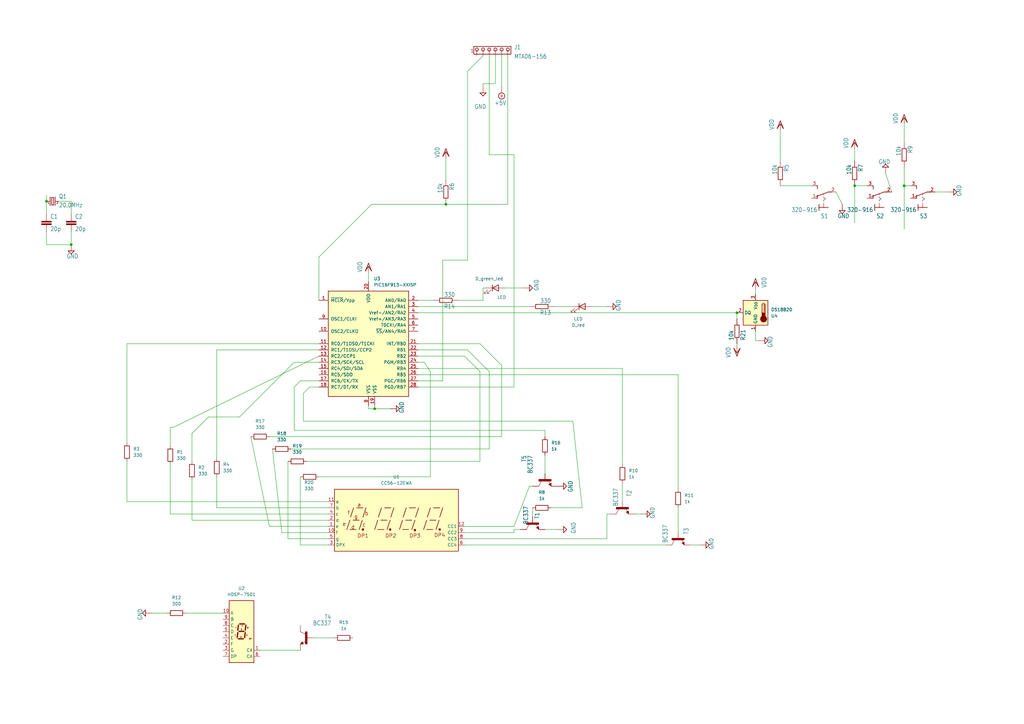
<source format=kicad_sch>
(kicad_sch (version 20250114) (generator "eeschema") (generator_version "9.0")
  (paper "A3")
  (lib_symbols
    (symbol "Device:LED" (pin_numbers (hide yes)) (pin_names (offset 1.016) (hide yes))
      (property "Reference" "D" (at 0 2.54 0))
      (property "Value" "LED" (at 0 -2.54 0))
      (symbol "LED_0_1"
        (polyline (pts (xy -3.048 -0.762) (xy -4.572 -2.286) (xy -3.81 -2.286) (xy -4.572 -2.286) (xy -4.572 -1.524)))
        (polyline (pts (xy -1.778 -0.762) (xy -3.302 -2.286) (xy -2.54 -2.286) (xy -3.302 -2.286) (xy -3.302 -1.524)))
        (polyline (pts (xy -1.27 0) (xy 1.27 0)))
        (polyline (pts (xy -1.27 -1.27) (xy -1.27 1.27)) (stroke (width 0.254)))
        (polyline (pts (xy 1.27 -1.27) (xy 1.27 1.27) (xy -1.27 0) (xy 1.27 -1.27)) (stroke (width 0.254)))
      )
      (symbol "LED_1_1"
        (pin passive line (at -3.81 0 0) (length 2.54) (name "K") (number "1"))
        (pin passive line (at 3.81 0 180) (length 2.54) (name "A") (number "2"))
      )
    )
    (symbol "Device:R" (pin_numbers (hide yes)) (pin_names (offset 0))
      (property "Reference" "R" (at 2.032 0 90))
      (property "Value" "R" (at 0 0 90))
      (symbol "R_0_1"
        (rectangle (start -1.016 -2.54) (end 1.016 2.54) (stroke (width 0.254)))
      )
      (symbol "R_1_1"
        (pin passive line (at 0 3.81 270) (length 1.27) (name "~") (number "1"))
        (pin passive line (at 0 -3.81 90) (length 1.27) (name "~") (number "2"))
      )
    )
    (symbol "Display_Character:CC56-12EWA"
      (property "Reference" "U" (at -24.13 13.97 0))
      (property "Value" "CC56-12EWA" (at 19.05 13.97 0))
      (symbol "CC56-12EWA_0_0"
        (rectangle (start -25.4 12.7) (end 25.4 -12.7) (stroke (width 0.254)) (fill (type background)))
        (polyline (pts (xy -20.32 -3.81) (xy -19.05 0)) (stroke (width 0.254)))
        (polyline (pts (xy -19.05 -3.81) (xy -16.51 -3.81)) (stroke (width 0.254)))
        (polyline (pts (xy -18.796 1.27) (xy -17.526 5.08)) (stroke (width 0.254)))
        (polyline (pts (xy -17.78 0) (xy -15.24 0)) (stroke (width 0.254)))
        (polyline (pts (xy -16.256 5.08) (xy -13.716 5.08)) (stroke (width 0.254)))
        (polyline (pts (xy -15.24 -3.81) (xy -13.97 0)) (stroke (width 0.254)))
        (polyline (pts (xy -13.716 1.27) (xy -12.446 5.08)) (stroke (width 0.254)))
        (polyline (pts (xy -8.89 -3.81) (xy -7.62 0)) (stroke (width 0.254)))
        (polyline (pts (xy -7.62 -3.81) (xy -5.08 -3.81)) (stroke (width 0.254)))
        (polyline (pts (xy -7.366 1.27) (xy -6.096 5.08)) (stroke (width 0.254)))
        (polyline (pts (xy -6.35 0) (xy -3.81 0)) (stroke (width 0.254)))
        (polyline (pts (xy -4.826 5.08) (xy -2.286 5.08)) (stroke (width 0.254)))
        (polyline (pts (xy -3.81 -3.81) (xy -2.54 0)) (stroke (width 0.254)))
        (polyline (pts (xy -2.286 1.27) (xy -1.016 5.08)) (stroke (width 0.254)))
        (polyline (pts (xy 1.27 -3.81) (xy 2.54 0)) (stroke (width 0.254)))
        (polyline (pts (xy 2.54 -3.81) (xy 5.08 -3.81)) (stroke (width 0.254)))
        (polyline (pts (xy 2.794 1.27) (xy 4.064 5.08)) (stroke (width 0.254)))
        (polyline (pts (xy 3.81 0) (xy 6.35 0)) (stroke (width 0.254)))
        (polyline (pts (xy 5.334 5.08) (xy 7.874 5.08)) (stroke (width 0.254)))
        (polyline (pts (xy 6.35 -3.81) (xy 7.62 0)) (stroke (width 0.254)))
        (polyline (pts (xy 7.874 1.27) (xy 9.144 5.08)) (stroke (width 0.254)))
        (polyline (pts (xy 11.176 -3.81) (xy 12.446 0)) (stroke (width 0.254)))
        (polyline (pts (xy 12.446 -3.81) (xy 14.986 -3.81)) (stroke (width 0.254)))
        (polyline (pts (xy 12.7 1.27) (xy 13.97 5.08)) (stroke (width 0.254)))
        (polyline (pts (xy 13.716 0) (xy 16.256 0)) (stroke (width 0.254)))
        (polyline (pts (xy 15.24 5.08) (xy 17.78 5.08)) (stroke (width 0.254)))
        (polyline (pts (xy 16.256 -3.81) (xy 17.526 0)) (stroke (width 0.254)))
        (polyline (pts (xy 17.78 1.27) (xy 19.05 5.08)) (stroke (width 0.254)))
        (text "e" (at -21.336 -1.524 0) (effects (font (size 1.524 1.524))))
        (text "f" (at -19.558 3.048 0) (effects (font (size 1.524 1.524))))
        (text "d" (at -17.78 -2.794 0) (effects (font (size 1.524 1.524))))
        (text "g" (at -16.51 1.524 0) (effects (font (size 1.524 1.524))))
        (text "a" (at -15.24 6.35 0) (effects (font (size 1.524 1.524))))
        (text "DP1" (at -13.716 -6.35 0) (effects (font (size 1.524 1.524))))
        (text "c" (at -13.208 -1.778 0) (effects (font (size 1.524 1.524))))
        (text "b" (at -12.192 2.794 0) (effects (font (size 1.524 1.524))))
        (text "DP2" (at -2.286 -6.35 0) (effects (font (size 1.524 1.524))))
        (text "DP3" (at 7.62 -6.35 0) (effects (font (size 1.524 1.524))))
        (text "DP4" (at 17.78 -6.096 0) (effects (font (size 1.524 1.524))))
      )
      (symbol "CC56-12EWA_0_1"
        (circle (center -13.716 -3.81) (radius 0.3556) (stroke (width 0.254)) (fill (type outline)))
        (circle (center -2.54 -3.81) (radius 0.3556) (stroke (width 0.254)) (fill (type outline)))
      )
      (symbol "CC56-12EWA_1_0"
        (circle (center 7.62 -4.064) (radius 0.3556) (stroke (width 0.254)) (fill (type outline)))
        (circle (center 17.78 -3.81) (radius 0.3556) (stroke (width 0.254)) (fill (type outline)))
      )
      (symbol "CC56-12EWA_1_1"
        (pin input line (at -27.94 7.62 0) (length 2.54) (name "a") (number "11"))
        (pin input line (at -27.94 5.08 0) (length 2.54) (name "b") (number "7"))
        (pin input line (at -27.94 2.54 0) (length 2.54) (name "c") (number "4"))
        (pin input line (at -27.94 0 0) (length 2.54) (name "d") (number "2"))
        (pin input line (at -27.94 -2.54 0) (length 2.54) (name "e") (number "1"))
        (pin input line (at -27.94 -5.08 0) (length 2.54) (name "f") (number "10"))
        (pin input line (at -27.94 -7.62 0) (length 2.54) (name "g") (number "5"))
        (pin input line (at -27.94 -10.16 0) (length 2.54) (name "DPX") (number "3"))
        (pin input line (at 27.94 -2.54 180) (length 2.54) (name "CC1") (number "12"))
        (pin input line (at 27.94 -5.08 180) (length 2.54) (name "CC2") (number "9"))
        (pin input line (at 27.94 -7.62 180) (length 2.54) (name "CC3") (number "8"))
        (pin input line (at 27.94 -10.16 180) (length 2.54) (name "CC4") (number "6"))
      )
    )
    (symbol "Display_Character:HDSP-7501"
      (property "Reference" "U" (at -3.81 13.97 0))
      (property "Value" "HDSP-7501" (at 6.35 13.97 0))
      (symbol "HDSP-7501_1_0"
        (text "E" (at -2.54 -1.397 0) (effects (font (size 0.508 0.508))))
        (text "F" (at -2.286 1.651 0) (effects (font (size 0.508 0.508))))
        (text "D" (at -0.254 -2.159 0) (effects (font (size 0.508 0.508))))
        (text "G" (at 0 0.889 0) (effects (font (size 0.508 0.508))))
        (text "A" (at 0.254 2.413 0) (effects (font (size 0.508 0.508))))
        (text "C" (at 2.286 -1.397 0) (effects (font (size 0.508 0.508))))
        (text "B" (at 2.54 1.651 0) (effects (font (size 0.508 0.508))))
        (text "DP" (at 3.556 -2.921 0) (effects (font (size 0.508 0.508))))
      )
      (symbol "HDSP-7501_1_1"
        (rectangle (start -5.08 12.7) (end 5.08 -12.7) (stroke (width 0.254)) (fill (type background)))
        (polyline (pts (xy -1.524 -0.381) (xy -1.778 -2.413)) (stroke (width 0.508)))
        (polyline (pts (xy -1.27 2.667) (xy -1.524 0.635)) (stroke (width 0.508)))
        (polyline (pts (xy -1.27 -2.921) (xy 0.762 -2.921)) (stroke (width 0.508)))
        (polyline (pts (xy -1.016 0.127) (xy 1.016 0.127)) (stroke (width 0.508)))
        (polyline (pts (xy -0.762 3.175) (xy 1.27 3.175)) (stroke (width 0.508)))
        (polyline (pts (xy 1.524 -0.381) (xy 1.27 -2.413)) (stroke (width 0.508)))
        (polyline (pts (xy 1.778 2.667) (xy 1.524 0.635)) (stroke (width 0.508)))
        (polyline (pts (xy 2.54 -2.921) (xy 2.54 -2.921)) (stroke (width 0.508)))
        (pin input line (at -7.62 7.62 0) (length 2.54) (name "A") (number "10"))
        (pin input line (at -7.62 5.08 0) (length 2.54) (name "B") (number "9"))
        (pin input line (at -7.62 2.54 0) (length 2.54) (name "C") (number "8"))
        (pin input line (at -7.62 0 0) (length 2.54) (name "D") (number "5"))
        (pin input line (at -7.62 -2.54 0) (length 2.54) (name "E") (number "4"))
        (pin input line (at -7.62 -5.08 0) (length 2.54) (name "F") (number "2"))
        (pin input line (at -7.62 -7.62 0) (length 2.54) (name "G") (number "3"))
        (pin input line (at -7.62 -10.16 0) (length 2.54) (name "DP") (number "7"))
        (pin input line (at 7.62 -7.62 180) (length 2.54) (name "CA") (number "1"))
        (pin input line (at 7.62 -10.16 180) (length 2.54) (name "CA") (number "6"))
      )
    )
    (symbol "MCU_Microchip_PIC16:PIC16F873-XXISP" (pin_names (offset 1.016))
      (property "Reference" "U" (at 2.54 25.4 0))
      (property "Value" "PIC16F873-XXISP" (at 2.54 22.86 0))
      (symbol "PIC16F873-XXISP_0_1"
        (rectangle (start -16.51 21.59) (end 16.51 -21.59) (stroke (width 0.254)) (fill (type background)))
      )
      (symbol "PIC16F873-XXISP_1_1"
        (pin input line (at -20.32 17.78 0) (length 3.81) (name "~{MCLR}/Vpp") (number "1"))
        (pin input line (at -20.32 10.16 0) (length 3.81) (name "OSC1/CLKI") (number "9"))
        (pin output line (at -20.32 5.08 0) (length 3.81) (name "OSC2/CLKO") (number "10"))
        (pin bidirectional line (at -20.32 0 0) (length 3.81) (name "RC0/T1OSO/T1CKI") (number "11"))
        (pin bidirectional line (at -20.32 -2.54 0) (length 3.81) (name "RC1/T1OSI/CCP2") (number "12"))
        (pin bidirectional line (at -20.32 -5.08 0) (length 3.81) (name "RC2/CCP1") (number "13"))
        (pin bidirectional line (at -20.32 -7.62 0) (length 3.81) (name "RC3/SCK/SCL") (number "14"))
        (pin bidirectional line (at -20.32 -10.16 0) (length 3.81) (name "RC4/SDI/SDA") (number "15"))
        (pin bidirectional line (at -20.32 -12.7 0) (length 3.81) (name "RC5/SDO") (number "16"))
        (pin bidirectional line (at -20.32 -15.24 0) (length 3.81) (name "RC6/CK/TX") (number "17"))
        (pin bidirectional line (at -20.32 -17.78 0) (length 3.81) (name "RC7/DT/RX") (number "18"))
        (pin power_in line (at 0 25.4 270) (length 3.81) (name "VDD") (number "20"))
        (pin power_in line (at 0 -25.4 90) (length 3.81) (name "VSS") (number "8"))
        (pin power_in line (at 2.54 -25.4 90) (length 3.81) (name "VSS") (number "19"))
        (pin bidirectional line (at 20.32 17.78 180) (length 3.81) (name "AN0/RA0") (number "2"))
        (pin bidirectional line (at 20.32 15.24 180) (length 3.81) (name "AN1/RA1") (number "3"))
        (pin bidirectional line (at 20.32 12.7 180) (length 3.81) (name "Vref-/AN2/RA2") (number "4"))
        (pin bidirectional line (at 20.32 10.16 180) (length 3.81) (name "Vref+/AN3/RA3") (number "5"))
        (pin bidirectional line (at 20.32 7.62 180) (length 3.81) (name "T0CKI/RA4") (number "6"))
        (pin bidirectional line (at 20.32 5.08 180) (length 3.81) (name "~{SS}/AN4/RA5") (number "7"))
        (pin bidirectional line (at 20.32 0 180) (length 3.81) (name "INT/RB0") (number "21"))
        (pin bidirectional line (at 20.32 -2.54 180) (length 3.81) (name "RB1") (number "22"))
        (pin bidirectional line (at 20.32 -5.08 180) (length 3.81) (name "RB2") (number "23"))
        (pin bidirectional line (at 20.32 -7.62 180) (length 3.81) (name "PGM/RB3") (number "24"))
        (pin bidirectional line (at 20.32 -10.16 180) (length 3.81) (name "RB4") (number "25"))
        (pin bidirectional line (at 20.32 -12.7 180) (length 3.81) (name "RB5") (number "26"))
        (pin bidirectional line (at 20.32 -15.24 180) (length 3.81) (name "PGC/RB6") (number "27"))
        (pin bidirectional line (at 20.32 -17.78 180) (length 3.81) (name "PGD/RB7") (number "28"))
      )
    )
    (symbol "Sensor_Temperature:DS18B20"
      (property "Reference" "U" (at -3.81 6.35 0))
      (property "Value" "DS18B20" (at 6.35 6.35 0))
      (symbol "DS18B20_0_1"
        (rectangle (start -5.08 5.08) (end 5.08 -5.08) (stroke (width 0.254)) (fill (type background)))
        (polyline (pts (xy -3.937 3.175) (xy -3.937 0)) (stroke (width 0.254)))
        (polyline (pts (xy -3.937 3.175) (xy -3.302 3.175)) (stroke (width 0.254)))
        (polyline (pts (xy -3.937 2.54) (xy -3.302 2.54)) (stroke (width 0.254)))
        (polyline (pts (xy -3.937 1.905) (xy -3.302 1.905)) (stroke (width 0.254)))
        (polyline (pts (xy -3.937 1.27) (xy -3.302 1.27)) (stroke (width 0.254)))
        (polyline (pts (xy -3.937 0.635) (xy -3.302 0.635)) (stroke (width 0.254)))
        (arc (start -3.937 3.175) (mid -3.302 3.8073) (end -2.667 3.175) (stroke (width 0.254)))
        (circle (center -3.302 -2.54) (radius 1.27) (stroke (width 0.254)) (fill (type outline)))
        (polyline (pts (xy -2.667 3.175) (xy -2.667 0)) (stroke (width 0.254)))
        (rectangle (start -2.667 -1.905) (end -3.937 0) (stroke (width 0.254)) (fill (type outline)))
      )
      (symbol "DS18B20_1_1"
        (pin power_in line (at 0 7.62 270) (length 2.54) (name "V_{DD}") (number "3"))
        (pin power_in line (at 0 -7.62 90) (length 2.54) (name "GND") (number "1"))
        (pin bidirectional line (at 7.62 0 180) (length 2.54) (name "DQ") (number "2"))
      )
    )
    (symbol "schemat_regulatora-eagle-import:+5V" (power)
      (property "Value" "+5V" (at -1.905 3.175 0))
      (symbol "+5V_1_0"
        (polyline (pts (xy -0.635 1.27) (xy 0.635 1.27)) (stroke (width 0.1524)))
        (circle (center 0 1.27) (radius 1.27) (stroke (width 0.254)))
        (polyline (pts (xy 0 0.635) (xy 0 1.905)) (stroke (width 0.1524)))
        (pin power_in line (at 0 -2.54 90) (length 2.54) (name "+5V") (number "1"))
      )
    )
    (symbol "schemat_regulatora-eagle-import:320-916"
      (property "Reference" "S" (at -6.35 -1.905 90))
      (property "Value" "320-916" (at -3.81 2.54 90))
      (symbol "320-916_1_0"
        (polyline (pts (xy -5.08 1.905) (xy -3.81 1.905)) (stroke (width 0.254)))
        (polyline (pts (xy -3.81 1.905) (xy -3.81 0)) (stroke (width 0.254)))
        (polyline (pts (xy -3.81 1.905) (xy -2.54 1.905)) (stroke (width 0.254)))
        (polyline (pts (xy -3.81 0) (xy -3.81 -1.905)) (stroke (width 0.254)))
        (polyline (pts (xy -3.81 0) (xy -1.905 0)) (stroke (width 0.1524)))
        (polyline (pts (xy -1.27 0) (xy -0.762 0)) (stroke (width 0.1524)))
        (polyline (pts (xy -0.762 0) (xy -0.254 -0.762)) (stroke (width 0.1524)))
        (polyline (pts (xy -0.254 -0.762) (xy 0.254 0)) (stroke (width 0.1524)))
        (polyline (pts (xy 0 2.54) (xy 0 3.175)) (stroke (width 0.254)))
        (polyline (pts (xy 0 2.54) (xy 1.27 2.54)) (stroke (width 0.254)))
        (polyline (pts (xy 0.254 0) (xy 0.635 0)) (stroke (width 0.1524)))
        (polyline (pts (xy 1.27 0) (xy 1.905 0)) (stroke (width 0.1524)))
        (polyline (pts (xy 2.54 -1.905) (xy 0.635 3.175)) (stroke (width 0.254)))
        (polyline (pts (xy 2.54 -3.175) (xy 2.54 -1.905)) (stroke (width 0.254)))
        (polyline (pts (xy 3.81 2.54) (xy 5.08 2.54)) (stroke (width 0.254)))
        (polyline (pts (xy 5.08 2.54) (xy 5.08 3.175)) (stroke (width 0.254)))
        (pin passive line (at 0 5.08 270) (length 2.54) (name "O") (number "1"))
        (pin passive line (at 2.54 -5.08 90) (length 2.54) (name "P") (number "2"))
        (pin passive line (at 5.08 5.08 270) (length 2.54) (name "S") (number "3"))
      )
    )
    (symbol "schemat_regulatora-eagle-import:BC337"
      (property "Reference" "T" (at -10.16 7.62 0))
      (property "Value" "BC337" (at -10.16 5.08 0))
      (symbol "BC337_1_0"
        (rectangle (start -0.254 -2.54) (end 0.508 2.54) (fill (type outline)))
        (polyline (pts (xy 1.27 -2.54) (xy 1.778 -1.524)) (stroke (width 0.1524)))
        (polyline (pts (xy 1.524 -2.286) (xy 1.905 -2.286)) (stroke (width 0.254)))
        (polyline (pts (xy 1.524 -2.413) (xy 2.286 -2.413)) (stroke (width 0.254)))
        (polyline (pts (xy 1.54 -2.04) (xy 0.308 -1.424)) (stroke (width 0.1524)))
        (polyline (pts (xy 1.778 -1.524) (xy 2.54 -2.54)) (stroke (width 0.1524)))
        (polyline (pts (xy 1.778 -1.778) (xy 1.524 -2.286)) (stroke (width 0.254)))
        (polyline (pts (xy 1.905 -2.286) (xy 1.778 -2.032)) (stroke (width 0.254)))
        (polyline (pts (xy 2.286 -2.413) (xy 1.778 -1.778)) (stroke (width 0.254)))
        (polyline (pts (xy 2.54 2.54) (xy 0.508 1.524)) (stroke (width 0.1524)))
        (polyline (pts (xy 2.54 -2.54) (xy 1.27 -2.54)) (stroke (width 0.1524)))
        (pin passive line (at -2.54 0 0) (length 2.54) (name "B") (number "2"))
        (pin passive line (at 2.54 5.08 270) (length 2.54) (name "C") (number "3"))
        (pin passive line (at 2.54 -5.08 90) (length 2.54) (name "E") (number "1"))
      )
    )
    (symbol "schemat_regulatora-eagle-import:C5/4.5"
      (property "Reference" "C" (at 1.524 0.381 0))
      (property "Value" "C5{slash}4.5" (at 1.524 -4.699 0))
      (symbol "C5/4.5_1_0"
        (rectangle (start -2.032 -1.016) (end 2.032 -0.508) (fill (type outline)))
        (rectangle (start -2.032 -2.032) (end 2.032 -1.524) (fill (type outline)))
        (polyline (pts (xy 0 0) (xy 0 -0.508)) (stroke (width 0.1524)))
        (polyline (pts (xy 0 -2.54) (xy 0 -2.032)) (stroke (width 0.1524)))
        (pin passive line (at 0 2.54 270) (length 2.54) (name "1") (number "1"))
        (pin passive line (at 0 -5.08 90) (length 2.54) (name "2") (number "2"))
      )
    )
    (symbol "schemat_regulatora-eagle-import:CRYSTALHC49S"
      (property "Reference" "Q" (at 2.54 1.016 0))
      (property "Value" "CRYSTALHC49S" (at 2.54 -2.54 0))
      (symbol "CRYSTALHC49S_1_0"
        (polyline (pts (xy -2.54 0) (xy -1.016 0)) (stroke (width 0.1524)))
        (polyline (pts (xy -1.016 1.778) (xy -1.016 -1.778)) (stroke (width 0.254)))
        (polyline (pts (xy -0.381 1.524) (xy -0.381 -1.524)) (stroke (width 0.254)))
        (polyline (pts (xy -0.381 -1.524) (xy 0.381 -1.524)) (stroke (width 0.254)))
        (polyline (pts (xy 0.381 1.524) (xy -0.381 1.524)) (stroke (width 0.254)))
        (polyline (pts (xy 0.381 -1.524) (xy 0.381 1.524)) (stroke (width 0.254)))
        (polyline (pts (xy 1.016 1.778) (xy 1.016 -1.778)) (stroke (width 0.254)))
        (polyline (pts (xy 1.016 0) (xy 2.54 0)) (stroke (width 0.1524)))
        (text "1" (at -2.159 -1.143 0) (effects (font (size 0.8636 0.734)) (justify left bottom)))
        (text "2" (at 1.524 -1.143 0) (effects (font (size 0.8636 0.734)) (justify left bottom)))
        (pin passive line (at -2.54 0 0) (length 0) (name "1") (number "1"))
        (pin passive line (at 2.54 0 180) (length 0) (name "2") (number "2"))
      )
    )
    (symbol "schemat_regulatora-eagle-import:GND" (power)
      (property "Value" "GND" (at -1.905 -3.175 0))
      (symbol "GND_1_0"
        (polyline (pts (xy -1.27 0) (xy 1.27 0)) (stroke (width 0.254)))
        (polyline (pts (xy 0 -1.27) (xy -1.27 0)) (stroke (width 0.254)))
        (polyline (pts (xy 1.27 0) (xy 0 -1.27)) (stroke (width 0.254)))
        (pin power_in line (at 0 2.54 270) (length 2.54) (name "GND") (number "1"))
      )
    )
    (symbol "schemat_regulatora-eagle-import:MTA06-156"
      (property "Reference" "J" (at 15.24 0 0))
      (property "Value" "MTA06-156" (at 15.24 -3.81 0))
      (symbol "MTA06-156_1_0"
        (polyline (pts (xy -1.27 1.27) (xy -1.27 -1.905)) (stroke (width 0.254)))
        (polyline (pts (xy -1.27 1.27) (xy 13.97 1.27)) (stroke (width 0.254)))
        (circle (center 0 0) (radius 0.635) (stroke (width 0.254)))
        (circle (center 2.54 0) (radius 0.635) (stroke (width 0.254)))
        (circle (center 5.08 0) (radius 0.635) (stroke (width 0.254)))
        (circle (center 7.62 0) (radius 0.635) (stroke (width 0.254)))
        (circle (center 10.16 0) (radius 0.635) (stroke (width 0.254)))
        (circle (center 12.7 0) (radius 0.635) (stroke (width 0.254)))
        (polyline (pts (xy 13.97 -1.905) (xy -1.27 -1.905)) (stroke (width 0.254)))
        (polyline (pts (xy 13.97 -1.905) (xy 13.97 1.27)) (stroke (width 0.254)))
        (text "1" (at -2.54 -1.27 0) (effects (font (size 1.27 1.0795)) (justify left bottom)))
        (pin passive line (at 0 -2.54 90) (length 2.54) (name "1") (number "1"))
        (pin passive line (at 2.54 -2.54 90) (length 2.54) (name "2") (number "2"))
        (pin passive line (at 5.08 -2.54 90) (length 2.54) (name "3") (number "3"))
        (pin passive line (at 7.62 -2.54 90) (length 2.54) (name "4") (number "4"))
        (pin passive line (at 10.16 -2.54 90) (length 2.54) (name "5") (number "5"))
        (pin passive line (at 12.7 -2.54 90) (length 2.54) (name "6") (number "6"))
      )
    )
    (symbol "schemat_regulatora-eagle-import:R-EU_0204/7"
      (property "Reference" "R" (at -3.81 1.4986 0))
      (property "Value" "R-EU_0204{slash}7" (at -3.81 -3.302 0))
      (symbol "R-EU_0204/7_1_0"
        (polyline (pts (xy -2.54 -0.889) (xy -2.54 0.889)) (stroke (width 0.254)))
        (polyline (pts (xy -2.54 -0.889) (xy 2.54 -0.889)) (stroke (width 0.254)))
        (polyline (pts (xy 2.54 0.889) (xy -2.54 0.889)) (stroke (width 0.254)))
        (polyline (pts (xy 2.54 -0.889) (xy 2.54 0.889)) (stroke (width 0.254)))
        (pin passive line (at -5.08 0 0) (length 2.54) (name "1") (number "1"))
        (pin passive line (at 5.08 0 180) (length 2.54) (name "2") (number "2"))
      )
    )
    (symbol "schemat_regulatora-eagle-import:VDD" (power)
      (property "Value" "VDD" (at -2.54 -2.54 90))
      (symbol "VDD_1_0"
        (polyline (pts (xy 0 1.27) (xy -1.27 -1.905)) (stroke (width 0.254)))
        (polyline (pts (xy 0 0) (xy -1.27 -1.905)) (stroke (width 0.254)))
        (polyline (pts (xy 1.27 -1.905) (xy 0 1.27)) (stroke (width 0.254)))
        (polyline (pts (xy 1.27 -1.905) (xy 0 0)) (stroke (width 0.254)))
        (pin power_in line (at 0 -2.54 90) (length 2.54) (name "VDD") (number "1"))
      )
    )
  )
  (junction (at 19.05 82.55))
  (junction (at 29.21 100.33))
  (junction (at 302.26 128.27))
  (junction (at 153.67 167.64))
  (junction (at 182.88 83.82))
  (junction (at 370.84 76.2))
  (junction (at 350.52 76.2))
  (wire (pts (xy 88.9 195.58) (xy 88.9 208.28)))
  (wire (pts (xy 198.12 123.19) (xy 187.96 123.19)))
  (wire (pts (xy 171.45 128.27) (xy 302.26 128.27)))
  (wire (pts (xy 208.28 22.86) (xy 208.28 83.82)))
  (wire (pts (xy 110.49 215.9) (xy 134.62 215.9)))
  (wire (pts (xy 205.74 22.86) (xy 205.74 35.56)))
  (wire (pts (xy 110.49 215.9) (xy 102.87 179.07)))
  (wire (pts (xy 191.77 29.21) (xy 198.12 22.86)))
  (wire (pts (xy 124.46 161.29) (xy 127 158.75)))
  (wire (pts (xy 153.67 167.64) (xy 153.67 166.37)))
  (wire (pts (xy 78.74 213.36) (xy 134.62 213.36)))
  (wire (pts (xy 151.13 166.37) (xy 151.13 167.64)))
  (wire (pts (xy 176.53 152.4) (xy 176.53 195.58)))
  (wire (pts (xy 287.02 223.52) (xy 283.21 223.52)))
  (wire (pts (xy 309.88 139.7) (xy 309.88 135.89)))
  (wire (pts (xy 196.85 189.23) (xy 196.85 152.4)))
  (wire (pts (xy 210.82 218.44) (xy 190.5 218.44)))
  (wire (pts (xy 262.89 210.82) (xy 260.35 210.82)))
  (wire (pts (xy 242.57 125.73) (xy 248.92 125.73)))
  (wire (pts (xy 153.67 167.64) (xy 160.02 167.64)))
  (wire (pts (xy 171.45 140.97) (xy 196.85 140.97)))
  (wire (pts (xy 210.82 217.17) (xy 210.82 218.44)))
  (wire (pts (xy 62.23 251.46) (xy 68.58 251.46)))
  (wire (pts (xy 123.19 156.21) (xy 130.81 156.21)))
  (wire (pts (xy 217.17 199.39) (xy 218.44 199.39)))
  (wire (pts (xy 137.16 261.62) (xy 128.27 261.62)))
  (wire (pts (xy 171.45 146.05) (xy 190.5 146.05)))
  (wire (pts (xy 363.22 71.12) (xy 365.76 78.74)))
  (wire (pts (xy 19.05 95.25) (xy 19.05 100.33)))
  (wire (pts (xy 345.44 83.82) (xy 342.9 78.74)))
  (wire (pts (xy 78.74 196.85) (xy 78.74 213.36)))
  (wire (pts (xy 111.76 184.15) (xy 115.57 218.44)))
  (wire (pts (xy 152.4 83.82) (xy 182.88 83.82)))
  (wire (pts (xy 223.52 217.17) (xy 228.6 217.17)))
  (wire (pts (xy 71.12 175.26) (xy 69.85 175.26)))
  (wire (pts (xy 210.82 63.5) (xy 210.82 158.75)))
  (wire (pts (xy 302.26 142.24) (xy 302.26 140.97)))
  (wire (pts (xy 69.85 190.5) (xy 69.85 210.82)))
  (wire (pts (xy 200.66 63.5) (xy 200.66 22.86)))
  (wire (pts (xy 223.52 176.53) (xy 223.52 179.07)))
  (wire (pts (xy 171.45 153.67) (xy 278.13 153.67)))
  (wire (pts (xy 52.07 140.97) (xy 52.07 181.61)))
  (wire (pts (xy 119.38 184.15) (xy 200.66 184.15)))
  (wire (pts (xy 210.82 63.5) (xy 200.66 63.5)))
  (wire (pts (xy 198.12 34.29) (xy 198.12 35.56)))
  (wire (pts (xy 29.21 100.33) (xy 29.21 95.25)))
  (wire (pts (xy 120.6732 148.59) (xy 130.81 148.59)))
  (wire (pts (xy 350.52 91.44) (xy 350.52 76.2)))
  (wire (pts (xy 171.45 158.75) (xy 210.82 158.75)))
  (wire (pts (xy 19.05 87.63) (xy 19.05 82.55)))
  (wire (pts (xy 223.52 194.31) (xy 223.52 186.69)))
  (wire (pts (xy 182.88 83.82) (xy 208.28 83.82)))
  (wire (pts (xy 191.77 106.68) (xy 191.77 29.21)))
  (wire (pts (xy 125.73 189.23) (xy 196.85 189.23)))
  (wire (pts (xy 78.74 177.8) (xy 78.74 189.23)))
  (wire (pts (xy 134.62 205.74) (xy 52.07 205.74)))
  (wire (pts (xy 226.06 208.28) (xy 238.76 208.28)))
  (wire (pts (xy 88.9 208.28) (xy 134.62 208.28)))
  (wire (pts (xy 248.92 210.82) (xy 248.92 220.98)))
  (wire (pts (xy 19.05 82.55) (xy 19.05 80.01)))
  (wire (pts (xy 198.12 118.11) (xy 199.39 118.11)))
  (wire (pts (xy 205.74 179.07) (xy 205.74 149.86)))
  (wire (pts (xy 118.11 220.98) (xy 134.62 220.98)))
  (wire (pts (xy 130.81 146.05) (xy 71.12 175.26)))
  (wire (pts (xy 88.9 143.51) (xy 88.9 187.96)))
  (wire (pts (xy 210.82 217.17) (xy 213.36 217.17)))
  (wire (pts (xy 203.2 22.86) (xy 203.2 34.29)))
  (wire (pts (xy 370.84 76.2) (xy 373.38 76.2)))
  (wire (pts (xy 332.74 76.2) (xy 320.04 76.2)))
  (wire (pts (xy 120.65 158.75) (xy 123.19 156.21)))
  (wire (pts (xy 123.19 195.58) (xy 123.19 223.52)))
  (wire (pts (xy 115.57 218.44) (xy 134.62 218.44)))
  (wire (pts (xy 238.76 208.28) (xy 234.95 172.72)))
  (wire (pts (xy 176.53 152.4) (xy 173.99 148.59)))
  (wire (pts (xy 181.61 106.68) (xy 191.77 106.68)))
  (wire (pts (xy 24.13 82.55) (xy 29.21 82.55)))
  (wire (pts (xy 171.45 125.73) (xy 217.17 125.73)))
  (wire (pts (xy 190.5 146.05) (xy 196.85 152.4)))
  (wire (pts (xy 278.13 208.28) (xy 278.13 218.44)))
  (wire (pts (xy 181.61 156.21) (xy 171.45 156.21)))
  (wire (pts (xy 191.77 143.51) (xy 200.66 152.4)))
  (wire (pts (xy 370.84 68.58) (xy 370.84 76.2)))
  (wire (pts (xy 182.88 64.77) (xy 182.88 73.66)))
  (wire (pts (xy 171.45 143.51) (xy 191.77 143.51)))
  (wire (pts (xy 69.85 175.26) (xy 69.85 182.88)))
  (wire (pts (xy 198.12 118.11) (xy 198.12 123.19)))
  (wire (pts (xy 78.74 177.8) (xy 85.5206 171.0194)))
  (wire (pts (xy 120.65 158.75) (xy 120.65 176.53)))
  (wire (pts (xy 205.74 149.86) (xy 196.85 140.97)))
  (wire (pts (xy 255.27 198.12) (xy 255.27 205.74)))
  (wire (pts (xy 52.07 140.97) (xy 130.81 140.97)))
  (wire (pts (xy 278.13 153.67) (xy 278.13 200.66)))
  (wire (pts (xy 388.62 78.74) (xy 383.54 78.74)))
  (wire (pts (xy 190.5 223.52) (xy 273.05 223.52)))
  (wire (pts (xy 302.26 130.81) (xy 302.26 128.27)))
  (wire (pts (xy 248.92 220.98) (xy 190.5 220.98)))
  (wire (pts (xy 171.45 148.59) (xy 173.99 148.59)))
  (wire (pts (xy 350.52 60.96) (xy 350.52 66.04)))
  (wire (pts (xy 123.19 266.7) (xy 106.68 266.7)))
  (wire (pts (xy 350.52 76.2) (xy 355.6 76.2)))
  (wire (pts (xy 309.88 118.11) (xy 309.88 120.65)))
  (wire (pts (xy 130.81 105.41) (xy 130.81 123.19)))
  (wire (pts (xy 181.61 106.68) (xy 181.61 156.21)))
  (wire (pts (xy 320.04 53.34) (xy 320.04 66.04)))
  (wire (pts (xy 85.5206 171.0194) (xy 98.2438 171.0194)))
  (wire (pts (xy 198.12 34.29) (xy 203.2 34.29)))
  (wire (pts (xy 255.27 151.13) (xy 255.27 190.5)))
  (wire (pts (xy 19.05 100.33) (xy 29.21 100.33)))
  (wire (pts (xy 151.13 167.64) (xy 153.67 167.64)))
  (wire (pts (xy 29.21 82.55) (xy 29.21 87.63)))
  (wire (pts (xy 370.84 93.98) (xy 370.84 76.2)))
  (wire (pts (xy 130.81 195.58) (xy 176.53 195.58)))
  (wire (pts (xy 69.85 210.82) (xy 134.62 210.82)))
  (wire (pts (xy 190.5 215.9) (xy 210.82 215.9)))
  (wire (pts (xy 110.49 179.07) (xy 205.74 179.07)))
  (wire (pts (xy 152.4 83.82) (xy 130.81 105.41)))
  (wire (pts (xy 151.13 115.57) (xy 151.13 111.76)))
  (wire (pts (xy 120.65 176.53) (xy 223.52 176.53)))
  (wire (pts (xy 248.92 210.82) (xy 250.19 210.82)))
  (wire (pts (xy 52.07 205.74) (xy 52.07 189.23)))
  (wire (pts (xy 218.44 212.09) (xy 218.44 208.28)))
  (wire (pts (xy 127 158.75) (xy 130.81 158.75)))
  (wire (pts (xy 370.84 50.8) (xy 370.84 58.42)))
  (wire (pts (xy 227.33 125.73) (xy 234.95 125.73)))
  (wire (pts (xy 200.66 184.15) (xy 200.66 152.4)))
  (wire (pts (xy 124.46 172.72) (xy 124.46 161.29)))
  (wire (pts (xy 311.15 139.7) (xy 309.88 139.7)))
  (wire (pts (xy 123.19 223.52) (xy 134.62 223.52)))
  (wire (pts (xy 98.2438 171.0194) (xy 120.6732 148.59)))
  (wire (pts (xy 177.8 123.19) (xy 171.45 123.19)))
  (wire (pts (xy 88.9 143.51) (xy 130.81 143.51)))
  (wire (pts (xy 124.46 172.72) (xy 234.95 172.72)))
  (wire (pts (xy 76.2 251.46) (xy 91.44 251.46)))
  (wire (pts (xy 118.11 189.23) (xy 118.11 220.98)))
  (wire (pts (xy 210.82 215.9) (xy 217.17 199.39)))
  (wire (pts (xy 207.01 118.11) (xy 214.63 118.11)))
  (wire (pts (xy 171.45 151.13) (xy 255.27 151.13)))
  (symbol (lib_id "schemat_regulatora-eagle-import:GND") (at 162.56 167.64 90) (unit 1)
    (property "Reference" "#GND01" (effects (hide yes)))
    (property "Value" "GND" (at 165.735 169.545 0) (effects (font (size 1.778 1.5113)) (justify left bottom)))
    (property "Footprint" "schemat_regulatora:" (effects (hide yes)))
  )
  (symbol (lib_id "schemat_regulatora-eagle-import:R-EU_0204/7") (at 302.26 135.89 270) (mirror x) (unit 1)
    (property "Reference" "R21" (at 303.7586 139.7 0) (effects (font (size 1.778 1.5113)) (justify left bottom)))
    (property "Value" "10k" (at 298.958 139.7 0) (effects (font (size 1.778 1.5113)) (justify left bottom)))
    (property "Footprint" "schemat_regulatora:0204_7" (effects (hide yes)))
  )
  (symbol (lib_id "Display_Character:HDSP-7501") (at 99.06 259.08 0) (unit 1)
    (property "Reference" "U2" (at 99.06 241.3 0))
    (property "Value" "HDSP-7501" (at 99.06 243.84 0))
    (property "Footprint" "Display_7Segment:HDSP-A151" (effects (hide yes)))
    (property "Datasheet" "https://docs.broadcom.com/docs/AV02-2553EN" (effects (hide yes)))
  )
  (symbol (lib_id "schemat_regulatora-eagle-import:VDD") (at 320.04 50.8 0) (unit 1)
    (property "Reference" "#VDD01" (effects (hide yes)))
    (property "Value" "VDD" (at 317.5 53.34 90) (effects (font (size 1.778 1.5113)) (justify left bottom)))
    (property "Footprint" "schemat_regulatora:" (effects (hide yes)))
  )
  (symbol (lib_id "schemat_regulatora-eagle-import:R-EU_0204/7") (at 370.84 63.5 270) (unit 1)
    (property "Reference" "R9" (at 372.3386 59.69 0) (effects (font (size 1.778 1.5113)) (justify left bottom)))
    (property "Value" "10k" (at 367.538 59.69 0) (effects (font (size 1.778 1.5113)) (justify left bottom)))
    (property "Footprint" "schemat_regulatora:0204_7" (effects (hide yes)))
  )
  (symbol (lib_id "schemat_regulatora-eagle-import:GND") (at 345.44 86.36 0) (unit 1)
    (property "Reference" "#SUPPLY02" (effects (hide yes)))
    (property "Value" "GND" (at 343.535 89.535 0) (effects (font (size 1.778 1.5113)) (justify left bottom)))
    (property "Footprint" "schemat_regulatora:" (effects (hide yes)))
  )
  (symbol (lib_id "Device:LED") (at 203.2 118.11 0) (unit 1)
    (property "Reference" "D_green_led" (at 200.66 114.3 0))
    (property "Value" "LED" (at 205.74 121.92 0))
  )
  (symbol (lib_id "MCU_Microchip_PIC16:PIC16F873-XXISP") (at 151.13 140.97 0) (unit 1)
    (property "Reference" "U3" (at 153.2733 114.3 0) (effects (justify left)))
    (property "Value" "PIC16F913-XXISP" (at 153.2733 116.84 0) (effects (justify left)))
    (property "Datasheet" "http://ww1.microchip.com/downloads/en/DeviceDoc/30292C.pdf" (effects (hide yes)))
    (property "Description" "PIC16F873,  4K Flash, 192B SRAM, 128B EEPROM, SDIP28" (effects (hide yes)))
  )
  (symbol (lib_id "schemat_regulatora-eagle-import:BC337") (at 223.52 196.85 90) (mirror x) (unit 1)
    (property "Reference" "T5" (at 215.9 186.69 0) (effects (font (size 1.778 1.5113)) (justify left bottom)))
    (property "Value" "BC337" (at 218.44 186.69 0) (effects (font (size 1.778 1.5113)) (justify left bottom)))
    (property "Footprint" "schemat_regulatora:TO92" (effects (hide yes)))
  )
  (symbol (lib_id "schemat_regulatora-eagle-import:GND") (at 313.69 139.7 90) (mirror x) (unit 1)
    (property "Reference" "#GND010" (effects (hide yes)))
    (property "Value" "GND" (at 316.865 137.795 0) (effects (font (size 1.778 1.5113)) (justify left bottom)))
    (property "Footprint" "schemat_regulatora:" (effects (hide yes)))
  )
  (symbol (lib_id "schemat_regulatora-eagle-import:BC337") (at 255.27 208.28 90) (mirror x) (unit 1)
    (property "Reference" "T2" (at 259.08 200.914 0) (effects (font (size 1.778 1.5113)) (justify left bottom)))
    (property "Value" "BC337" (at 253.492 200.152 0) (effects (font (size 1.778 1.5113)) (justify left bottom)))
    (property "Footprint" "schemat_regulatora:TO92" (effects (hide yes)))
  )
  (symbol (lib_id "schemat_regulatora-eagle-import:GND") (at 59.69 251.46 270) (unit 1)
    (property "Reference" "#GND06" (effects (hide yes)))
    (property "Value" "GND" (at 56.515 249.555 0) (effects (font (size 1.778 1.5113)) (justify left bottom)))
    (property "Footprint" "schemat_regulatora:" (effects (hide yes)))
  )
  (symbol (lib_id "schemat_regulatora-eagle-import:VDD") (at 350.52 58.42 0) (unit 1)
    (property "Reference" "#VDD03" (effects (hide yes)))
    (property "Value" "VDD" (at 347.98 60.96 90) (effects (font (size 1.778 1.5113)) (justify left bottom)))
    (property "Footprint" "schemat_regulatora:" (effects (hide yes)))
  )
  (symbol (lib_id "Device:R") (at 140.97 261.62 90) (unit 1)
    (property "Reference" "R15" (at 140.97 255.27 90))
    (property "Value" "1k" (at 140.97 257.81 90))
  )
  (symbol (lib_id "Device:R") (at 115.57 184.15 90) (unit 1)
    (property "Reference" "R18" (at 115.57 177.8 90))
    (property "Value" "330" (at 115.57 180.34 90))
  )
  (symbol (lib_id "schemat_regulatora-eagle-import:R-EU_0204/7") (at 222.25 125.73 180) (unit 1)
    (property "Reference" "R13" (at 226.06 127.2286 0) (effects (font (size 1.778 1.5113)) (justify left bottom)))
    (property "Value" "330" (at 226.06 122.428 0) (effects (font (size 1.778 1.5113)) (justify left bottom)))
    (property "Footprint" "schemat_regulatora:0204_7" (effects (hide yes)))
  )
  (symbol (lib_id "schemat_regulatora-eagle-import:320-916") (at 360.68 81.28 90) (unit 1)
    (property "Reference" "S2" (at 362.585 87.63 90) (effects (font (size 1.778 1.5113)) (justify left bottom)))
    (property "Value" "320-916" (at 358.14 85.09 90) (effects (font (size 1.778 1.5113)) (justify left bottom)))
    (property "Footprint" "schemat_regulatora:320-916" (effects (hide yes)))
  )
  (symbol (lib_id "Device:R") (at 52.07 185.42 180) (unit 1)
    (property "Reference" "R3" (at 54.61 184.1499 0) (effects (justify right)))
    (property "Value" "330" (at 54.61 186.6899 0) (effects (justify right)))
  )
  (symbol (lib_id "Device:R") (at 106.68 179.07 90) (unit 1)
    (property "Reference" "R17" (at 106.68 172.72 90))
    (property "Value" "330" (at 106.68 175.26 90))
  )
  (symbol (lib_id "schemat_regulatora-eagle-import:320-916") (at 337.82 81.28 90) (unit 1)
    (property "Reference" "S1" (at 339.725 87.63 90) (effects (font (size 1.778 1.5113)) (justify left bottom)))
    (property "Value" "320-916" (at 335.28 85.09 90) (effects (font (size 1.778 1.5113)) (justify left bottom)))
    (property "Footprint" "schemat_regulatora:320-916" (effects (hide yes)))
  )
  (symbol (lib_id "Device:R") (at 121.92 189.23 90) (unit 1)
    (property "Reference" "R19" (at 121.92 182.88 90))
    (property "Value" "330" (at 121.92 185.42 90))
  )
  (symbol (lib_id "Device:R") (at 78.74 193.04 180) (unit 1)
    (property "Reference" "R2" (at 81.28 191.7699 0) (effects (justify right)))
    (property "Value" "330" (at 81.28 194.3099 0) (effects (justify right)))
  )
  (symbol (lib_id "Device:R") (at 72.39 251.46 270) (unit 1)
    (property "Reference" "R12" (at 72.39 245.11 90))
    (property "Value" "300" (at 72.39 247.65 90))
  )
  (symbol (lib_id "schemat_regulatora-eagle-import:C5/4.5") (at 29.21 90.17 0) (unit 1)
    (property "Reference" "C2" (at 30.734 89.789 0) (effects (font (size 1.778 1.5113)) (justify left bottom)))
    (property "Value" "20p" (at 30.734 94.869 0) (effects (font (size 1.778 1.5113)) (justify left bottom)))
    (property "Footprint" "schemat_regulatora:C5B4.5" (effects (hide yes)))
  )
  (symbol (lib_id "Sensor_Temperature:DS18B20") (at 309.88 128.27 0) (mirror y) (unit 1)
    (property "Reference" "U4" (at 316.23 129.5401 0) (effects (justify right)))
    (property "Value" "DS18B20" (at 316.23 127.0001 0) (effects (justify right)))
    (property "Footprint" "Package_TO_SOT_THT:TO-92_Inline" (effects (hide yes)))
    (property "Datasheet" "http://datasheets.maximintegrated.com/en/ds/DS18B20.pdf" (effects (hide yes)))
    (property "Description" "Programmable Resolution 1-Wire Digital Thermometer TO-92" (effects (hide yes)))
  )
  (symbol (lib_id "Device:R") (at 127 195.58 270) (unit 1)
    (property "Reference" "R20" (at 126.746 197.866 90))
    (property "Value" "330" (at 126.746 200.406 90))
  )
  (symbol (lib_id "schemat_regulatora-eagle-import:BC337") (at 125.73 261.62 0) (mirror y) (unit 1)
    (property "Reference" "T4" (at 135.89 254 0) (effects (font (size 1.778 1.5113)) (justify left bottom)))
    (property "Value" "BC337" (at 135.89 256.54 0) (effects (font (size 1.778 1.5113)) (justify left bottom)))
    (property "Footprint" "schemat_regulatora:TO92" (effects (hide yes)))
  )
  (symbol (lib_id "Device:R") (at 88.9 191.77 180) (unit 1)
    (property "Reference" "R4" (at 91.44 190.4999 0) (effects (justify right)))
    (property "Value" "330" (at 91.44 193.0399 0) (effects (justify right)))
  )
  (symbol (lib_id "schemat_regulatora-eagle-import:GND") (at 265.43 210.82 90) (unit 1)
    (property "Reference" "#GND04" (effects (hide yes)))
    (property "Value" "GND" (at 268.605 212.725 0) (effects (font (size 1.778 1.5113)) (justify left bottom)))
    (property "Footprint" "schemat_regulatora:" (effects (hide yes)))
  )
  (symbol (lib_id "schemat_regulatora-eagle-import:GND") (at 231.14 199.39 90) (unit 1)
    (property "Reference" "#GND09" (effects (hide yes)))
    (property "Value" "GND" (at 234.95 201.93 0) (effects (font (size 1.778 1.5113)) (justify left bottom)))
    (property "Footprint" "schemat_regulatora:" (effects (hide yes)))
  )
  (symbol (lib_id "Device:LED") (at 238.76 125.73 0) (unit 1)
    (property "Reference" "D_red" (at 237.1725 133.35 0))
    (property "Value" "LED" (at 237.1725 130.81 0))
  )
  (symbol (lib_id "Device:R") (at 222.25 208.28 90) (unit 1)
    (property "Reference" "R8" (at 222.25 201.93 90))
    (property "Value" "1k" (at 222.25 204.47 90))
  )
  (symbol (lib_id "schemat_regulatora-eagle-import:320-916") (at 378.46 81.28 90) (unit 1)
    (property "Reference" "S3" (at 380.365 87.63 90) (effects (font (size 1.778 1.5113)) (justify left bottom)))
    (property "Value" "320-916" (at 375.92 85.09 90) (effects (font (size 1.778 1.5113)) (justify left bottom)))
    (property "Footprint" "schemat_regulatora:320-916" (effects (hide yes)))
  )
  (symbol (lib_id "Device:R") (at 69.85 186.69 180) (unit 1)
    (property "Reference" "R1" (at 72.39 185.4199 0) (effects (justify right)))
    (property "Value" "330" (at 72.39 187.9599 0) (effects (justify right)))
  )
  (symbol (lib_id "schemat_regulatora-eagle-import:VDD") (at 370.84 48.26 0) (unit 1)
    (property "Reference" "#VDD05" (effects (hide yes)))
    (property "Value" "VDD" (at 368.3 50.8 90) (effects (font (size 1.778 1.5113)) (justify left bottom)))
    (property "Footprint" "schemat_regulatora:" (effects (hide yes)))
  )
  (symbol (lib_id "schemat_regulatora-eagle-import:VDD") (at 302.26 144.78 0) (mirror x) (unit 1)
    (property "Reference" "#VDD06" (effects (hide yes)))
    (property "Value" "VDD" (at 299.72 142.24 90) (effects (font (size 1.778 1.5113)) (justify left bottom)))
    (property "Footprint" "schemat_regulatora:" (effects (hide yes)))
  )
  (symbol (lib_id "schemat_regulatora-eagle-import:GND") (at 251.46 125.73 90) (unit 1)
    (property "Reference" "#GND07" (effects (hide yes)))
    (property "Value" "GND" (at 254.635 127.635 0) (effects (font (size 1.778 1.5113)) (justify left bottom)))
    (property "Footprint" "schemat_regulatora:" (effects (hide yes)))
  )
  (symbol (lib_id "schemat_regulatora-eagle-import:GND") (at 198.12 38.1 0) (unit 1)
    (property "Reference" "#GND03" (effects (hide yes)))
    (property "Value" "GND" (at 194.564 44.704 0) (effects (font (size 1.778 1.5113)) (justify left bottom)))
    (property "Footprint" "schemat_regulatora:" (effects (hide yes)))
  )
  (symbol (lib_id "schemat_regulatora-eagle-import:VDD") (at 309.88 115.57 0) (mirror y) (unit 1)
    (property "Reference" "#VDD07" (effects (hide yes)))
    (property "Value" "VDD" (at 312.42 118.11 90) (effects (font (size 1.778 1.5113)) (justify left bottom)))
    (property "Footprint" "schemat_regulatora:" (effects (hide yes)))
  )
  (symbol (lib_id "schemat_regulatora-eagle-import:R-EU_0204/7") (at 320.04 71.12 270) (unit 1)
    (property "Reference" "R5" (at 321.5386 67.31 0) (effects (font (size 1.778 1.5113)) (justify left bottom)))
    (property "Value" "10k" (at 316.738 67.31 0) (effects (font (size 1.778 1.5113)) (justify left bottom)))
    (property "Footprint" "schemat_regulatora:0204_7" (effects (hide yes)))
  )
  (symbol (lib_id "schemat_regulatora-eagle-import:GND") (at 29.21 102.87 0) (unit 1)
    (property "Reference" "#SUPPLY01" (effects (hide yes)))
    (property "Value" "GND" (at 27.305 106.045 0) (effects (font (size 1.778 1.5113)) (justify left bottom)))
    (property "Footprint" "schemat_regulatora:" (effects (hide yes)))
  )
  (symbol (lib_id "Display_Character:CC56-12EWA") (at 162.56 213.36 0) (unit 1)
    (property "Reference" "U1" (at 162.56 195.58 0))
    (property "Value" "CC56-12EWA" (at 162.56 198.12 0))
    (property "Footprint" "Display_7Segment:CA56-12EWA" (effects (hide yes)))
    (property "Datasheet" "http://www.kingbrightusa.com/images/catalog/SPEC/CA56-12EWA.pdf" (effects (hide yes)))
  )
  (symbol (lib_id "Device:R") (at 255.27 194.31 180) (unit 1)
    (property "Reference" "R10" (at 257.81 193.0399 0) (effects (justify right)))
    (property "Value" "1k" (at 257.81 195.5799 0) (effects (justify right)))
  )
  (symbol (lib_id "schemat_regulatora-eagle-import:GND") (at 289.56 223.52 90) (unit 1)
    (property "Reference" "#GND05" (effects (hide yes)))
    (property "Value" "GND" (at 292.735 225.425 0) (effects (font (size 1.778 1.5113)) (justify left bottom)))
    (property "Footprint" "schemat_regulatora:" (effects (hide yes)))
  )
  (symbol (lib_id "schemat_regulatora-eagle-import:MTA06-156") (at 195.58 20.32 0) (unit 1)
    (property "Reference" "J1" (at 210.82 20.32 0) (effects (font (size 1.778 1.5113)) (justify left bottom)))
    (property "Value" "MTA06-156" (at 210.82 24.13 0) (effects (font (size 1.778 1.5113)) (justify left bottom)))
    (property "Footprint" "schemat_regulatora:1X6MTA" (effects (hide yes)))
  )
  (symbol (lib_id "schemat_regulatora-eagle-import:VDD") (at 151.13 109.22 0) (unit 1)
    (property "Reference" "#VDD04" (effects (hide yes)))
    (property "Value" "VDD" (at 148.59 111.76 90) (effects (font (size 1.778 1.5113)) (justify left bottom)))
    (property "Footprint" "schemat_regulatora:" (effects (hide yes)))
  )
  (symbol (lib_id "schemat_regulatora-eagle-import:BC337") (at 278.13 220.98 90) (mirror x) (unit 1)
    (property "Reference" "T3" (at 282.448 216.408 0) (effects (font (size 1.778 1.5113)) (justify left bottom)))
    (property "Value" "BC337" (at 273.812 215.138 0) (effects (font (size 1.778 1.5113)) (justify left bottom)))
    (property "Footprint" "schemat_regulatora:TO92" (effects (hide yes)))
  )
  (symbol (lib_id "schemat_regulatora-eagle-import:+5V") (at 205.74 38.1 180) (unit 1)
    (property "Reference" "#SUPPLY05" (effects (hide yes)))
    (property "Value" "+5V" (at 207.645 41.275 0) (effects (font (size 1.778 1.5113)) (justify left bottom)))
    (property "Footprint" "schemat_regulatora:" (effects (hide yes)))
  )
  (symbol (lib_id "schemat_regulatora-eagle-import:R-EU_0204/7") (at 350.52 71.12 270) (unit 1)
    (property "Reference" "R7" (at 352.0186 67.31 0) (effects (font (size 1.778 1.5113)) (justify left bottom)))
    (property "Value" "10k" (at 347.218 67.31 0) (effects (font (size 1.778 1.5113)) (justify left bottom)))
    (property "Footprint" "schemat_regulatora:0204_7" (effects (hide yes)))
  )
  (symbol (lib_id "schemat_regulatora-eagle-import:R-EU_0204/7") (at 182.88 78.74 270) (unit 1)
    (property "Reference" "R6" (at 184.3786 74.93 0) (effects (font (size 1.778 1.5113)) (justify left bottom)))
    (property "Value" "10k" (at 179.578 74.93 0) (effects (font (size 1.778 1.5113)) (justify left bottom)))
    (property "Footprint" "schemat_regulatora:0204_7" (effects (hide yes)))
  )
  (symbol (lib_id "schemat_regulatora-eagle-import:GND") (at 391.16 78.74 90) (unit 1)
    (property "Reference" "#SUPPLY04" (effects (hide yes)))
    (property "Value" "GND" (at 394.335 80.645 0) (effects (font (size 1.778 1.5113)) (justify left bottom)))
    (property "Footprint" "schemat_regulatora:" (effects (hide yes)))
  )
  (symbol (lib_id "schemat_regulatora-eagle-import:BC337") (at 218.44 214.63 90) (mirror x) (unit 1)
    (property "Reference" "T1" (at 221.234 210.058 0) (effects (font (size 1.778 1.5113)) (justify left bottom)))
    (property "Value" "BC337" (at 216.662 207.518 0) (effects (font (size 1.778 1.5113)) (justify left bottom)))
    (property "Footprint" "schemat_regulatora:TO92" (effects (hide yes)))
  )
  (symbol (lib_id "schemat_regulatora-eagle-import:GND") (at 217.17 118.11 90) (unit 1)
    (property "Reference" "#GND08" (effects (hide yes)))
    (property "Value" "GND" (at 220.98 119.38 0) (effects (font (size 1.778 1.5113)) (justify left bottom)))
    (property "Footprint" "schemat_regulatora:" (effects (hide yes)))
  )
  (symbol (lib_id "schemat_regulatora-eagle-import:C5/4.5") (at 19.05 90.17 0) (unit 1)
    (property "Reference" "C1" (at 20.574 89.789 0) (effects (font (size 1.778 1.5113)) (justify left bottom)))
    (property "Value" "20p" (at 20.574 94.869 0) (effects (font (size 1.778 1.5113)) (justify left bottom)))
    (property "Footprint" "schemat_regulatora:C5B4.5" (effects (hide yes)))
  )
  (symbol (lib_id "Device:R") (at 278.13 204.47 180) (unit 1)
    (property "Reference" "R11" (at 280.67 203.1999 0) (effects (justify right)))
    (property "Value" "1k" (at 280.67 205.7399 0) (effects (justify right)))
  )
  (symbol (lib_id "schemat_regulatora-eagle-import:GND") (at 363.22 68.58 180) (unit 1)
    (property "Reference" "#SUPPLY03" (effects (hide yes)))
    (property "Value" "GND" (at 365.125 65.405 0) (effects (font (size 1.778 1.5113)) (justify left bottom)))
    (property "Footprint" "schemat_regulatora:" (effects (hide yes)))
  )
  (symbol (lib_id "Device:R") (at 223.52 182.88 180) (unit 1)
    (property "Reference" "R16" (at 226.06 181.6099 0) (effects (justify right)))
    (property "Value" "1k" (at 226.06 184.1499 0) (effects (justify right)))
  )
  (symbol (lib_id "schemat_regulatora-eagle-import:CRYSTALHC49S") (at 21.59 82.55 0) (unit 1)
    (property "Reference" "Q1" (at 24.13 81.534 0) (effects (font (size 1.778 1.5113)) (justify left bottom)))
    (property "Value" "20.0MHz" (at 24.13 85.09 0) (effects (font (size 1.778 1.5113)) (justify left bottom)))
    (property "Footprint" "schemat_regulatora:HC49_S" (effects (hide yes)))
  )
  (symbol (lib_id "schemat_regulatora-eagle-import:GND") (at 231.14 217.17 90) (unit 1)
    (property "Reference" "#GND02" (effects (hide yes)))
    (property "Value" "GND" (at 236.22 218.948 0) (effects (font (size 1.778 1.5113)) (justify left bottom)))
    (property "Footprint" "schemat_regulatora:" (effects (hide yes)))
  )
  (symbol (lib_id "schemat_regulatora-eagle-import:R-EU_0204/7") (at 182.88 123.19 180) (unit 1)
    (property "Reference" "R14" (at 186.69 124.6886 0) (effects (font (size 1.778 1.5113)) (justify left bottom)))
    (property "Value" "330" (at 186.69 119.888 0) (effects (font (size 1.778 1.5113)) (justify left bottom)))
    (property "Footprint" "schemat_regulatora:0204_7" (effects (hide yes)))
  )
  (symbol (lib_id "schemat_regulatora-eagle-import:VDD") (at 182.88 62.23 0) (unit 1)
    (property "Reference" "#VDD02" (effects (hide yes)))
    (property "Value" "VDD" (at 180.34 64.77 90) (effects (font (size 1.778 1.5113)) (justify left bottom)))
    (property "Footprint" "schemat_regulatora:" (effects (hide yes)))
  )
)
</source>
